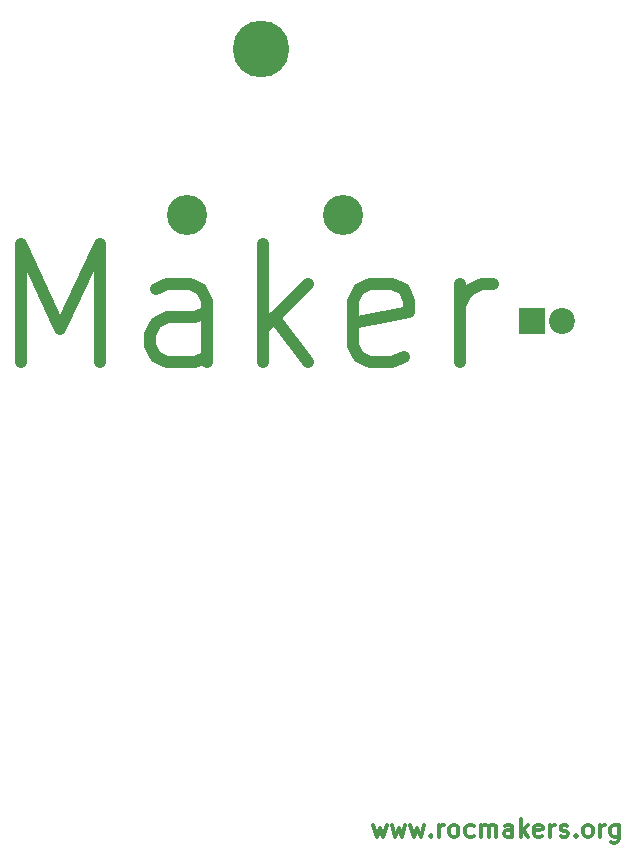
<source format=gts>
G04 #@! TF.GenerationSoftware,KiCad,Pcbnew,5.1.2*
G04 #@! TF.CreationDate,2019-10-11T22:10:39-04:00*
G04 #@! TF.ProjectId,rochester_makerfaire,726f6368-6573-4746-9572-5f6d616b6572,rev?*
G04 #@! TF.SameCoordinates,Original*
G04 #@! TF.FileFunction,Soldermask,Top*
G04 #@! TF.FilePolarity,Negative*
%FSLAX46Y46*%
G04 Gerber Fmt 4.6, Leading zero omitted, Abs format (unit mm)*
G04 Created by KiCad (PCBNEW 5.1.2) date 2019-10-11 22:10:39*
%MOMM*%
%LPD*%
G04 APERTURE LIST*
%ADD10C,0.300000*%
%ADD11C,1.000000*%
%ADD12C,4.800000*%
%ADD13C,2.200000*%
%ADD14R,2.200000X2.200000*%
%ADD15C,3.400000*%
G04 APERTURE END LIST*
D10*
X91535714Y-123678571D02*
X91821428Y-124678571D01*
X92107142Y-123964285D01*
X92392857Y-124678571D01*
X92678571Y-123678571D01*
X93107142Y-123678571D02*
X93392857Y-124678571D01*
X93678571Y-123964285D01*
X93964285Y-124678571D01*
X94250000Y-123678571D01*
X94678571Y-123678571D02*
X94964285Y-124678571D01*
X95250000Y-123964285D01*
X95535714Y-124678571D01*
X95821428Y-123678571D01*
X96392857Y-124535714D02*
X96464285Y-124607142D01*
X96392857Y-124678571D01*
X96321428Y-124607142D01*
X96392857Y-124535714D01*
X96392857Y-124678571D01*
X97107142Y-124678571D02*
X97107142Y-123678571D01*
X97107142Y-123964285D02*
X97178571Y-123821428D01*
X97250000Y-123750000D01*
X97392857Y-123678571D01*
X97535714Y-123678571D01*
X98250000Y-124678571D02*
X98107142Y-124607142D01*
X98035714Y-124535714D01*
X97964285Y-124392857D01*
X97964285Y-123964285D01*
X98035714Y-123821428D01*
X98107142Y-123750000D01*
X98250000Y-123678571D01*
X98464285Y-123678571D01*
X98607142Y-123750000D01*
X98678571Y-123821428D01*
X98750000Y-123964285D01*
X98750000Y-124392857D01*
X98678571Y-124535714D01*
X98607142Y-124607142D01*
X98464285Y-124678571D01*
X98250000Y-124678571D01*
X100035714Y-124607142D02*
X99892857Y-124678571D01*
X99607142Y-124678571D01*
X99464285Y-124607142D01*
X99392857Y-124535714D01*
X99321428Y-124392857D01*
X99321428Y-123964285D01*
X99392857Y-123821428D01*
X99464285Y-123750000D01*
X99607142Y-123678571D01*
X99892857Y-123678571D01*
X100035714Y-123750000D01*
X100678571Y-124678571D02*
X100678571Y-123678571D01*
X100678571Y-123821428D02*
X100750000Y-123750000D01*
X100892857Y-123678571D01*
X101107142Y-123678571D01*
X101250000Y-123750000D01*
X101321428Y-123892857D01*
X101321428Y-124678571D01*
X101321428Y-123892857D02*
X101392857Y-123750000D01*
X101535714Y-123678571D01*
X101750000Y-123678571D01*
X101892857Y-123750000D01*
X101964285Y-123892857D01*
X101964285Y-124678571D01*
X103321428Y-124678571D02*
X103321428Y-123892857D01*
X103250000Y-123750000D01*
X103107142Y-123678571D01*
X102821428Y-123678571D01*
X102678571Y-123750000D01*
X103321428Y-124607142D02*
X103178571Y-124678571D01*
X102821428Y-124678571D01*
X102678571Y-124607142D01*
X102607142Y-124464285D01*
X102607142Y-124321428D01*
X102678571Y-124178571D01*
X102821428Y-124107142D01*
X103178571Y-124107142D01*
X103321428Y-124035714D01*
X104035714Y-124678571D02*
X104035714Y-123178571D01*
X104178571Y-124107142D02*
X104607142Y-124678571D01*
X104607142Y-123678571D02*
X104035714Y-124250000D01*
X105821428Y-124607142D02*
X105678571Y-124678571D01*
X105392857Y-124678571D01*
X105250000Y-124607142D01*
X105178571Y-124464285D01*
X105178571Y-123892857D01*
X105250000Y-123750000D01*
X105392857Y-123678571D01*
X105678571Y-123678571D01*
X105821428Y-123750000D01*
X105892857Y-123892857D01*
X105892857Y-124035714D01*
X105178571Y-124178571D01*
X106535714Y-124678571D02*
X106535714Y-123678571D01*
X106535714Y-123964285D02*
X106607142Y-123821428D01*
X106678571Y-123750000D01*
X106821428Y-123678571D01*
X106964285Y-123678571D01*
X107392857Y-124607142D02*
X107535714Y-124678571D01*
X107821428Y-124678571D01*
X107964285Y-124607142D01*
X108035714Y-124464285D01*
X108035714Y-124392857D01*
X107964285Y-124250000D01*
X107821428Y-124178571D01*
X107607142Y-124178571D01*
X107464285Y-124107142D01*
X107392857Y-123964285D01*
X107392857Y-123892857D01*
X107464285Y-123750000D01*
X107607142Y-123678571D01*
X107821428Y-123678571D01*
X107964285Y-123750000D01*
X108678571Y-124535714D02*
X108750000Y-124607142D01*
X108678571Y-124678571D01*
X108607142Y-124607142D01*
X108678571Y-124535714D01*
X108678571Y-124678571D01*
X109607142Y-124678571D02*
X109464285Y-124607142D01*
X109392857Y-124535714D01*
X109321428Y-124392857D01*
X109321428Y-123964285D01*
X109392857Y-123821428D01*
X109464285Y-123750000D01*
X109607142Y-123678571D01*
X109821428Y-123678571D01*
X109964285Y-123750000D01*
X110035714Y-123821428D01*
X110107142Y-123964285D01*
X110107142Y-124392857D01*
X110035714Y-124535714D01*
X109964285Y-124607142D01*
X109821428Y-124678571D01*
X109607142Y-124678571D01*
X110750000Y-124678571D02*
X110750000Y-123678571D01*
X110750000Y-123964285D02*
X110821428Y-123821428D01*
X110892857Y-123750000D01*
X111035714Y-123678571D01*
X111178571Y-123678571D01*
X112321428Y-123678571D02*
X112321428Y-124892857D01*
X112250000Y-125035714D01*
X112178571Y-125107142D01*
X112035714Y-125178571D01*
X111821428Y-125178571D01*
X111678571Y-125107142D01*
X112321428Y-124607142D02*
X112178571Y-124678571D01*
X111892857Y-124678571D01*
X111750000Y-124607142D01*
X111678571Y-124535714D01*
X111607142Y-124392857D01*
X111607142Y-123964285D01*
X111678571Y-123821428D01*
X111750000Y-123750000D01*
X111892857Y-123678571D01*
X112178571Y-123678571D01*
X112321428Y-123750000D01*
D11*
X61714285Y-84523809D02*
X61714285Y-74523809D01*
X65047619Y-81666666D01*
X68380952Y-74523809D01*
X68380952Y-84523809D01*
X77428571Y-84523809D02*
X77428571Y-79285714D01*
X76952380Y-78333333D01*
X76000000Y-77857142D01*
X74095238Y-77857142D01*
X73142857Y-78333333D01*
X77428571Y-84047619D02*
X76476190Y-84523809D01*
X74095238Y-84523809D01*
X73142857Y-84047619D01*
X72666666Y-83095238D01*
X72666666Y-82142857D01*
X73142857Y-81190476D01*
X74095238Y-80714285D01*
X76476190Y-80714285D01*
X77428571Y-80238095D01*
X82190476Y-84523809D02*
X82190476Y-74523809D01*
X83142857Y-80714285D02*
X86000000Y-84523809D01*
X86000000Y-77857142D02*
X82190476Y-81666666D01*
X94095238Y-84047619D02*
X93142857Y-84523809D01*
X91238095Y-84523809D01*
X90285714Y-84047619D01*
X89809523Y-83095238D01*
X89809523Y-79285714D01*
X90285714Y-78333333D01*
X91238095Y-77857142D01*
X93142857Y-77857142D01*
X94095238Y-78333333D01*
X94571428Y-79285714D01*
X94571428Y-80238095D01*
X89809523Y-81190476D01*
X98857142Y-84523809D02*
X98857142Y-77857142D01*
X98857142Y-79761904D02*
X99333333Y-78809523D01*
X99809523Y-78333333D01*
X100761904Y-77857142D01*
X101714285Y-77857142D01*
D12*
X82000000Y-58000000D03*
D13*
X107540000Y-81000000D03*
D14*
X105000000Y-81000000D03*
D15*
X75800000Y-72000000D03*
X89000000Y-72000000D03*
M02*

</source>
